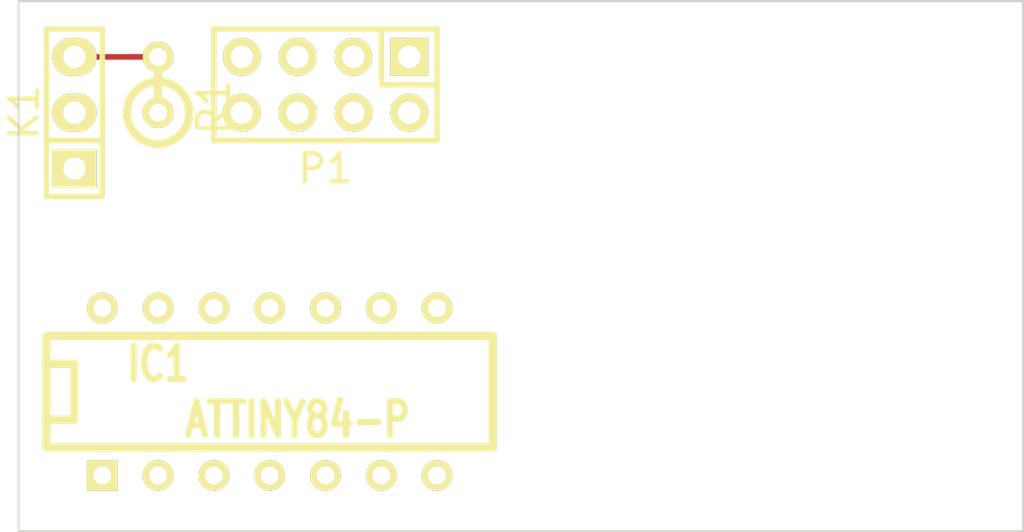
<source format=kicad_pcb>
(kicad_pcb (version 3) (host pcbnew "(2014-02-15 BZR 4699)-product")

  (general
    (links 11)
    (no_connects 10)
    (area 61.965115 112.979999 109.270001 137.210001)
    (thickness 1.6)
    (drawings 4)
    (tracks 1)
    (zones 0)
    (modules 4)
    (nets 17)
  )

  (page A4)
  (layers
    (15 F.Cu signal)
    (0 B.Cu signal)
    (16 B.Adhes user)
    (17 F.Adhes user)
    (18 B.Paste user)
    (19 F.Paste user)
    (20 B.SilkS user)
    (21 F.SilkS user)
    (22 B.Mask user)
    (23 F.Mask user)
    (24 Dwgs.User user)
    (25 Cmts.User user)
    (26 Eco1.User user)
    (27 Eco2.User user)
    (28 Edge.Cuts user)
  )

  (setup
    (last_trace_width 0.254)
    (trace_clearance 0.254)
    (zone_clearance 0.508)
    (zone_45_only no)
    (trace_min 0.254)
    (segment_width 0.2)
    (edge_width 0.1)
    (via_size 0.889)
    (via_drill 0.635)
    (via_min_size 0.889)
    (via_min_drill 0.508)
    (uvia_size 0.508)
    (uvia_drill 0.127)
    (uvias_allowed no)
    (uvia_min_size 0.508)
    (uvia_min_drill 0.127)
    (pcb_text_width 0.3)
    (pcb_text_size 1.5 1.5)
    (mod_edge_width 0.15)
    (mod_text_size 1 1)
    (mod_text_width 0.15)
    (pad_size 1.5 1.5)
    (pad_drill 0.6)
    (pad_to_mask_clearance 0)
    (aux_axis_origin 0 0)
    (visible_elements FFFFFF7F)
    (pcbplotparams
      (layerselection 3178497)
      (usegerberextensions true)
      (excludeedgelayer true)
      (linewidth 0.150000)
      (plotframeref false)
      (viasonmask false)
      (mode 1)
      (useauxorigin false)
      (hpglpennumber 1)
      (hpglpenspeed 20)
      (hpglpendiameter 15)
      (hpglpenoverlay 2)
      (psnegative false)
      (psa4output false)
      (plotreference true)
      (plotvalue true)
      (plotothertext true)
      (plotinvisibletext false)
      (padsonsilk false)
      (subtractmaskfromsilk false)
      (outputformat 1)
      (mirror false)
      (drillshape 1)
      (scaleselection 1)
      (outputdirectory ""))
  )

  (net 0 "")
  (net 1 "Net-(IC1-Pad1)")
  (net 2 "Net-(IC1-Pad10)")
  (net 3 "Net-(IC1-Pad11)")
  (net 4 "Net-(IC1-Pad12)")
  (net 5 "Net-(IC1-Pad13)")
  (net 6 "Net-(IC1-Pad14)")
  (net 7 "Net-(IC1-Pad2)")
  (net 8 "Net-(IC1-Pad3)")
  (net 9 "Net-(IC1-Pad4)")
  (net 10 "Net-(IC1-Pad5)")
  (net 11 "Net-(IC1-Pad6)")
  (net 12 "Net-(IC1-Pad7)")
  (net 13 "Net-(IC1-Pad8)")
  (net 14 "Net-(IC1-Pad9)")
  (net 15 "Net-(K1-Pad3)")
  (net 16 "Net-(P1-Pad5)")

  (net_class Default "This is the default net class."
    (clearance 0.254)
    (trace_width 0.254)
    (via_dia 0.889)
    (via_drill 0.635)
    (uvia_dia 0.508)
    (uvia_drill 0.127)
    (add_net "")
    (add_net "Net-(IC1-Pad1)")
    (add_net "Net-(IC1-Pad10)")
    (add_net "Net-(IC1-Pad11)")
    (add_net "Net-(IC1-Pad12)")
    (add_net "Net-(IC1-Pad13)")
    (add_net "Net-(IC1-Pad14)")
    (add_net "Net-(IC1-Pad2)")
    (add_net "Net-(IC1-Pad3)")
    (add_net "Net-(IC1-Pad4)")
    (add_net "Net-(IC1-Pad5)")
    (add_net "Net-(IC1-Pad6)")
    (add_net "Net-(IC1-Pad7)")
    (add_net "Net-(IC1-Pad8)")
    (add_net "Net-(IC1-Pad9)")
    (add_net "Net-(K1-Pad3)")
    (add_net "Net-(P1-Pad5)")
  )

  (module Sockets_DIP:DIP-14__300 placed (layer F.Cu) (tedit 52FFE0C0) (tstamp 52FFE0DA)
    (at 74.93 130.81)
    (descr "14 pins DIL package, round pads")
    (tags DIL)
    (path /52FC09B1)
    (fp_text reference IC1 (at -5.08 -1.27) (layer F.SilkS)
      (effects (font (size 1.524 1.143) (thickness 0.3048)))
    )
    (fp_text value ATTINY84-P (at 1.27 1.27) (layer F.SilkS)
      (effects (font (size 1.524 1.143) (thickness 0.3048)))
    )
    (fp_line (start -10.16 -2.54) (end 10.16 -2.54) (layer F.SilkS) (width 0.381))
    (fp_line (start 10.16 2.54) (end -10.16 2.54) (layer F.SilkS) (width 0.381))
    (fp_line (start -10.16 2.54) (end -10.16 -2.54) (layer F.SilkS) (width 0.381))
    (fp_line (start -10.16 -1.27) (end -8.89 -1.27) (layer F.SilkS) (width 0.381))
    (fp_line (start -8.89 -1.27) (end -8.89 1.27) (layer F.SilkS) (width 0.381))
    (fp_line (start -8.89 1.27) (end -10.16 1.27) (layer F.SilkS) (width 0.381))
    (fp_line (start 10.16 -2.54) (end 10.16 2.54) (layer F.SilkS) (width 0.381))
    (pad 1 thru_hole rect (at -7.62 3.81) (size 1.397 1.397) (drill 0.8128) (layers *.Cu *.Mask F.SilkS)
      (net 1 "Net-(IC1-Pad1)"))
    (pad 2 thru_hole circle (at -5.08 3.81) (size 1.397 1.397) (drill 0.8128) (layers *.Cu *.Mask F.SilkS)
      (net 7 "Net-(IC1-Pad2)"))
    (pad 3 thru_hole circle (at -2.54 3.81) (size 1.397 1.397) (drill 0.8128) (layers *.Cu *.Mask F.SilkS)
      (net 8 "Net-(IC1-Pad3)"))
    (pad 4 thru_hole circle (at 0 3.81) (size 1.397 1.397) (drill 0.8128) (layers *.Cu *.Mask F.SilkS)
      (net 9 "Net-(IC1-Pad4)"))
    (pad 5 thru_hole circle (at 2.54 3.81) (size 1.397 1.397) (drill 0.8128) (layers *.Cu *.Mask F.SilkS)
      (net 10 "Net-(IC1-Pad5)"))
    (pad 6 thru_hole circle (at 5.08 3.81) (size 1.397 1.397) (drill 0.8128) (layers *.Cu *.Mask F.SilkS)
      (net 11 "Net-(IC1-Pad6)"))
    (pad 7 thru_hole circle (at 7.62 3.81) (size 1.397 1.397) (drill 0.8128) (layers *.Cu *.Mask F.SilkS)
      (net 12 "Net-(IC1-Pad7)"))
    (pad 8 thru_hole circle (at 7.62 -3.81) (size 1.397 1.397) (drill 0.8128) (layers *.Cu *.Mask F.SilkS)
      (net 13 "Net-(IC1-Pad8)"))
    (pad 9 thru_hole circle (at 5.08 -3.81) (size 1.397 1.397) (drill 0.8128) (layers *.Cu *.Mask F.SilkS)
      (net 14 "Net-(IC1-Pad9)"))
    (pad 10 thru_hole circle (at 2.54 -3.81) (size 1.397 1.397) (drill 0.8128) (layers *.Cu *.Mask F.SilkS)
      (net 2 "Net-(IC1-Pad10)"))
    (pad 11 thru_hole circle (at 0 -3.81) (size 1.397 1.397) (drill 0.8128) (layers *.Cu *.Mask F.SilkS)
      (net 3 "Net-(IC1-Pad11)"))
    (pad 12 thru_hole circle (at -2.54 -3.81) (size 1.397 1.397) (drill 0.8128) (layers *.Cu *.Mask F.SilkS)
      (net 4 "Net-(IC1-Pad12)"))
    (pad 13 thru_hole circle (at -5.08 -3.81) (size 1.397 1.397) (drill 0.8128) (layers *.Cu *.Mask F.SilkS)
      (net 5 "Net-(IC1-Pad13)"))
    (pad 14 thru_hole circle (at -7.62 -3.81) (size 1.397 1.397) (drill 0.8128) (layers *.Cu *.Mask F.SilkS)
      (net 6 "Net-(IC1-Pad14)"))
    (model dil/dil_14.wrl
      (at (xyz 0 0 0))
      (scale (xyz 1 1 1))
      (rotate (xyz 0 0 0))
    )
  )

  (module Pin_Headers:Pin_Header_Straight_1x03 placed (layer F.Cu) (tedit 52FFE0C1) (tstamp 52FFE599)
    (at 66.04 118.11 90)
    (descr "1 pin")
    (tags "CONN DEV")
    (path /52FC0A2B)
    (fp_text reference K1 (at 0 -2.286 90) (layer F.SilkS)
      (effects (font (size 1.27 1.27) (thickness 0.2032)))
    )
    (fp_text value CONN_3 (at 0 0 90) (layer F.SilkS) hide
      (effects (font (size 1.27 1.27) (thickness 0.2032)))
    )
    (fp_line (start -1.27 1.27) (end 3.81 1.27) (layer F.SilkS) (width 0.254))
    (fp_line (start 3.81 1.27) (end 3.81 -1.27) (layer F.SilkS) (width 0.254))
    (fp_line (start 3.81 -1.27) (end -1.27 -1.27) (layer F.SilkS) (width 0.254))
    (fp_line (start -3.81 -1.27) (end -1.27 -1.27) (layer F.SilkS) (width 0.254))
    (fp_line (start -1.27 -1.27) (end -1.27 1.27) (layer F.SilkS) (width 0.254))
    (fp_line (start -3.81 -1.27) (end -3.81 1.27) (layer F.SilkS) (width 0.254))
    (fp_line (start -3.81 1.27) (end -1.27 1.27) (layer F.SilkS) (width 0.254))
    (pad 1 thru_hole rect (at -2.54 0 90) (size 1.7272 2.032) (drill 1.016) (layers *.Cu *.Mask F.SilkS)
      (net 1 "Net-(IC1-Pad1)"))
    (pad 2 thru_hole oval (at 0 0 90) (size 1.7272 2.032) (drill 1.016) (layers *.Cu *.Mask F.SilkS)
      (net 6 "Net-(IC1-Pad14)"))
    (pad 3 thru_hole oval (at 2.54 0 90) (size 1.7272 2.032) (drill 1.016) (layers *.Cu *.Mask F.SilkS)
      (net 15 "Net-(K1-Pad3)"))
    (model Pin_Headers/Pin_Header_Straight_1x03.wrl
      (at (xyz 0 0 0))
      (scale (xyz 1 1 1))
      (rotate (xyz 0 0 0))
    )
  )

  (module Pin_Headers:Pin_Header_Straight_2x04 placed (layer F.Cu) (tedit 52FFE0C1) (tstamp 52FFE0FC)
    (at 77.47 116.84 180)
    (descr "1 pin")
    (tags "CONN DEV")
    (path /52FC09FF)
    (fp_text reference P1 (at 0 -3.81 180) (layer F.SilkS)
      (effects (font (size 1.27 1.27) (thickness 0.2032)))
    )
    (fp_text value CONN_4X2 (at 0 0 180) (layer F.SilkS) hide
      (effects (font (size 1.27 1.27) (thickness 0.2032)))
    )
    (fp_line (start -2.54 2.54) (end 5.08 2.54) (layer F.SilkS) (width 0.254))
    (fp_line (start 5.08 2.54) (end 5.08 -2.54) (layer F.SilkS) (width 0.254))
    (fp_line (start 5.08 -2.54) (end -5.08 -2.54) (layer F.SilkS) (width 0.254))
    (fp_line (start -5.08 -2.54) (end -5.08 0) (layer F.SilkS) (width 0.254))
    (fp_line (start -5.08 2.54) (end -2.54 2.54) (layer F.SilkS) (width 0.254))
    (fp_line (start -5.08 0) (end -2.54 0) (layer F.SilkS) (width 0.254))
    (fp_line (start -2.54 0) (end -2.54 2.54) (layer F.SilkS) (width 0.254))
    (fp_line (start -5.08 2.54) (end -5.08 0) (layer F.SilkS) (width 0.254))
    (pad 1 thru_hole rect (at -3.81 1.27 180) (size 1.7272 1.7272) (drill 1.016) (layers *.Cu *.Mask F.SilkS)
      (net 6 "Net-(IC1-Pad14)"))
    (pad 2 thru_hole oval (at -1.27 1.27 180) (size 1.7272 1.7272) (drill 1.016) (layers *.Cu *.Mask F.SilkS)
      (net 2 "Net-(IC1-Pad10)"))
    (pad 3 thru_hole oval (at 1.27 1.27 180) (size 1.7272 1.7272) (drill 1.016) (layers *.Cu *.Mask F.SilkS)
      (net 14 "Net-(IC1-Pad9)"))
    (pad 4 thru_hole oval (at 3.81 1.27 180) (size 1.7272 1.7272) (drill 1.016) (layers *.Cu *.Mask F.SilkS)
      (net 12 "Net-(IC1-Pad7)"))
    (pad 5 thru_hole oval (at 3.81 -1.27 180) (size 1.7272 1.7272) (drill 1.016) (layers *.Cu *.Mask F.SilkS)
      (net 16 "Net-(P1-Pad5)"))
    (pad 6 thru_hole oval (at 1.27 -1.27 180) (size 1.7272 1.7272) (drill 1.016) (layers *.Cu *.Mask F.SilkS)
      (net 13 "Net-(IC1-Pad8)"))
    (pad 7 thru_hole oval (at -1.27 -1.27 180) (size 1.7272 1.7272) (drill 1.016) (layers *.Cu *.Mask F.SilkS)
      (net 11 "Net-(IC1-Pad6)"))
    (pad 8 thru_hole oval (at -3.81 -1.27 180) (size 1.7272 1.7272) (drill 1.016) (layers *.Cu *.Mask F.SilkS)
      (net 1 "Net-(IC1-Pad1)"))
    (model Pin_Headers/Pin_Header_Straight_2x04.wrl
      (at (xyz 0 0 0))
      (scale (xyz 1 1 1))
      (rotate (xyz 0 0 0))
    )
  )

  (module Discret:R1 placed (layer F.Cu) (tedit 52FFE0C2) (tstamp 52FFE5A2)
    (at 69.85 116.84 90)
    (descr "Resistance verticale")
    (tags R)
    (path /52FCB051)
    (autoplace_cost90 10)
    (autoplace_cost180 10)
    (fp_text reference R1 (at -1.016 2.54 90) (layer F.SilkS)
      (effects (font (size 1.397 1.27) (thickness 0.2032)))
    )
    (fp_text value 220 (at -1.143 2.54 90) (layer F.SilkS) hide
      (effects (font (size 1.397 1.27) (thickness 0.2032)))
    )
    (fp_line (start -1.27 0) (end 1.27 0) (layer F.SilkS) (width 0.381))
    (fp_circle (center -1.27 0) (end -0.635 1.27) (layer F.SilkS) (width 0.381))
    (pad 1 thru_hole circle (at -1.27 0 90) (size 1.397 1.397) (drill 0.8128) (layers *.Cu *.Mask F.SilkS)
      (net 7 "Net-(IC1-Pad2)"))
    (pad 2 thru_hole circle (at 1.27 0 90) (size 1.397 1.397) (drill 0.8128) (layers *.Cu *.Mask F.SilkS)
      (net 15 "Net-(K1-Pad3)"))
    (model discret/verti_resistor.wrl
      (at (xyz 0 0 0))
      (scale (xyz 1 1 1))
      (rotate (xyz 0 0 0))
    )
  )

  (gr_line (start 63.5 113.03) (end 63.5 137.16) (angle 90) (layer Edge.Cuts) (width 0.1))
  (gr_line (start 109.22 113.03) (end 63.5 113.03) (angle 90) (layer Edge.Cuts) (width 0.1))
  (gr_line (start 109.22 137.16) (end 109.22 113.03) (angle 90) (layer Edge.Cuts) (width 0.1))
  (gr_line (start 63.5 137.16) (end 109.22 137.16) (angle 90) (layer Edge.Cuts) (width 0.1))

  (segment (start 66.04 115.57) (end 69.85 115.57) (width 0.254) (layer F.Cu) (net 15) (status C00000))

)

</source>
